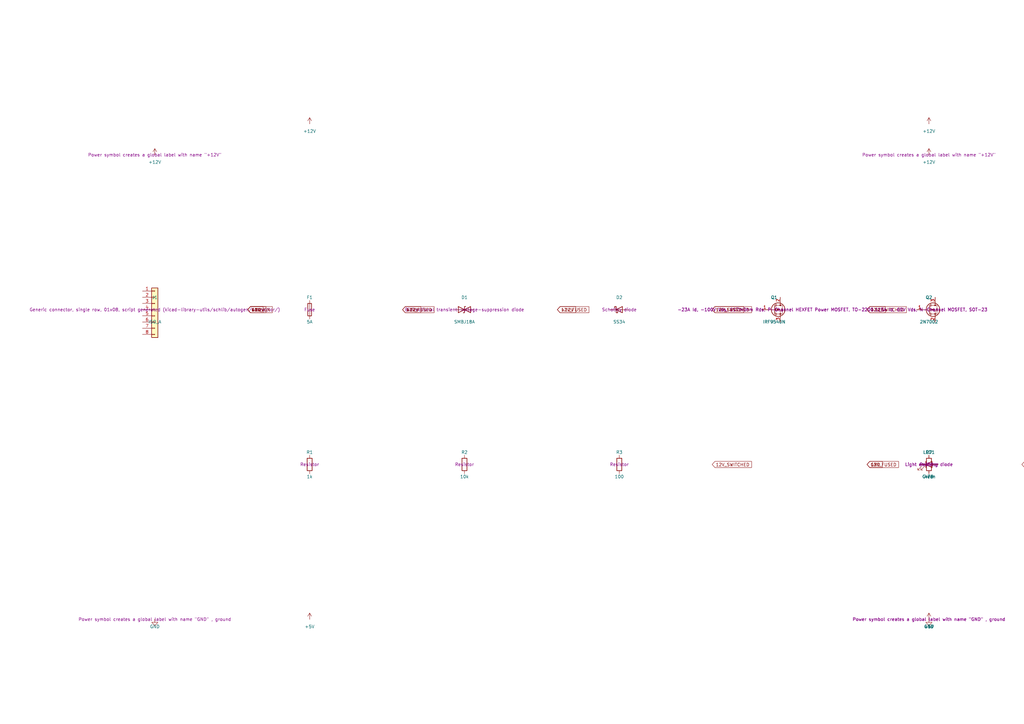
<source format=kicad_sch>
(kicad_sch (version 20250114) (generator "eeschema") (generator_version "9.0")
  (paper "A3")
  (title_block (title "WRX Power & CAN HAT") (date "2026-02-02T00:08:32.410828") (rev "1.0") (company "Auto-generated by Python"))
  (lib_symbols
    (symbol "Connector:Screw_Terminal_01x02" (pin_names (offset 1.016) (hide yes))
      (property "Reference" "J" (at 0 2.54 0))
      (property "Value" "Screw_Terminal_01x02" (at 0 -5.08 0))
      (symbol "Screw_Terminal_01x02_1_1"
        (pin passive line (at -5.08 0 0) (length 3.81) (name "Pin_1") (number "1"))
        (pin passive line (at -5.08 -2.54 0) (length 3.81) (name "Pin_2") (number "2"))
      )
    )
    (symbol "Connector_Generic:Conn_01x02" (pin_names (offset 1.016) (hide yes))
      (property "Reference" "J" (at 0 2.54 0))
      (property "Value" "Conn_01x02" (at 0 -5.08 0))
      (symbol "Conn_01x02_1_1"
        (pin passive line (at -5.08 0 0) (length 3.81) (name "Pin_1") (number "1"))
        (pin passive line (at -5.08 -2.54 0) (length 3.81) (name "Pin_2") (number "2"))
      )
    )
    (symbol "Connector_Generic:Conn_01x03" (pin_names (offset 1.016) (hide yes))
      (property "Reference" "J" (at 0 5.08 0))
      (property "Value" "Conn_01x03" (at 0 -5.08 0))
      (symbol "Conn_01x03_1_1"
        (pin passive line (at -5.08 2.54 0) (length 3.81) (name "Pin_1") (number "1"))
        (pin passive line (at -5.08 0 0) (length 3.81) (name "Pin_2") (number "2"))
        (pin passive line (at -5.08 -2.54 0) (length 3.81) (name "Pin_3") (number "3"))
      )
    )
    (symbol "Connector_Generic:Conn_01x06" (pin_names (offset 1.016) (hide yes))
      (property "Reference" "J" (at 0 7.62 0))
      (property "Value" "Conn_01x06" (at 0 -10.16 0))
      (symbol "Conn_01x06_1_1"
        (pin passive line (at -5.08 5.08 0) (length 3.81) (name "Pin_1") (number "1"))
        (pin passive line (at -5.08 2.54 0) (length 3.81) (name "Pin_2") (number "2"))
        (pin passive line (at -5.08 0 0) (length 3.81) (name "Pin_3") (number "3"))
        (pin passive line (at -5.08 -2.54 0) (length 3.81) (name "Pin_4") (number "4"))
        (pin passive line (at -5.08 -5.08 0) (length 3.81) (name "Pin_5") (number "5"))
        (pin passive line (at -5.08 -7.62 0) (length 3.81) (name "Pin_6") (number "6"))
      )
    )
    (symbol "Connector_Generic:Conn_01x08" (pin_names (offset 1.016) (hide yes))
      (property "Reference" "J" (at 0 10.16 0))
      (property "Value" "Conn_01x08" (at 0 -12.7 0))
      (symbol "Conn_01x08_1_1"
        (pin passive line (at -5.08 7.62 0) (length 3.81) (name "Pin_1") (number "1"))
        (pin passive line (at -5.08 5.08 0) (length 3.81) (name "Pin_2") (number "2"))
        (pin passive line (at -5.08 2.54 0) (length 3.81) (name "Pin_3") (number "3"))
        (pin passive line (at -5.08 0 0) (length 3.81) (name "Pin_4") (number "4"))
        (pin passive line (at -5.08 -2.54 0) (length 3.81) (name "Pin_5") (number "5"))
        (pin passive line (at -5.08 -5.08 0) (length 3.81) (name "Pin_6") (number "6"))
        (pin passive line (at -5.08 -7.62 0) (length 3.81) (name "Pin_7") (number "7"))
        (pin passive line (at -5.08 -10.16 0) (length 3.81) (name "Pin_8") (number "8"))
      )
    )
    (symbol "Connector_Generic:Conn_01x16" (pin_names (offset 1.016) (hide yes))
      (property "Reference" "J" (at 0 20.32 0))
      (property "Value" "Conn_01x16" (at 0 -22.86 0))
      (symbol "Conn_01x16_1_1"
        (pin passive line (at -5.08 17.78 0) (length 3.81) (name "Pin_1") (number "1"))
        (pin passive line (at -5.08 15.24 0) (length 3.81) (name "Pin_2") (number "2"))
        (pin passive line (at -5.08 12.7 0) (length 3.81) (name "Pin_3") (number "3"))
        (pin passive line (at -5.08 10.16 0) (length 3.81) (name "Pin_4") (number "4"))
        (pin passive line (at -5.08 7.62 0) (length 3.81) (name "Pin_5") (number "5"))
        (pin passive line (at -5.08 5.08 0) (length 3.81) (name "Pin_6") (number "6"))
        (pin passive line (at -5.08 2.54 0) (length 3.81) (name "Pin_7") (number "7"))
        (pin passive line (at -5.08 0 0) (length 3.81) (name "Pin_8") (number "8"))
        (pin passive line (at -5.08 -2.54 0) (length 3.81) (name "Pin_9") (number "9"))
        (pin passive line (at -5.08 -5.08 0) (length 3.81) (name "Pin_10") (number "10"))
        (pin passive line (at -5.08 -7.62 0) (length 3.81) (name "Pin_11") (number "11"))
        (pin passive line (at -5.08 -10.16 0) (length 3.81) (name "Pin_12") (number "12"))
        (pin passive line (at -5.08 -12.7 0) (length 3.81) (name "Pin_13") (number "13"))
        (pin passive line (at -5.08 -15.24 0) (length 3.81) (name "Pin_14") (number "14"))
        (pin passive line (at -5.08 -17.78 0) (length 3.81) (name "Pin_15") (number "15"))
        (pin passive line (at -5.08 -20.32 0) (length 3.81) (name "Pin_16") (number "16"))
      )
    )
    (symbol "Connector_Generic:Conn_02x03_Odd_Even" (pin_names (offset 1.016) (hide yes))
      (property "Reference" "J" (at 1.27 5.08 0))
      (property "Value" "Conn_02x03_Odd_Even" (at 1.27 -5.08 0))
      (symbol "Conn_02x03_Odd_Even_1_1"
        (pin passive line (at -5.08 2.54 0) (length 3.81) (name "Pin_1") (number "1"))
        (pin passive line (at -5.08 0 0) (length 3.81) (name "Pin_3") (number "3"))
        (pin passive line (at -5.08 -2.54 0) (length 3.81) (name "Pin_5") (number "5"))
        (pin passive line (at 7.62 2.54 180) (length 3.81) (name "Pin_2") (number "2"))
        (pin passive line (at 7.62 0 180) (length 3.81) (name "Pin_4") (number "4"))
        (pin passive line (at 7.62 -2.54 180) (length 3.81) (name "Pin_6") (number "6"))
      )
    )
    (symbol "Connector_Generic:Conn_02x20_Odd_Even" (pin_names (offset 1.016) (hide yes))
      (property "Reference" "J" (at 1.27 25.4 0))
      (property "Value" "Conn_02x20_Odd_Even" (at 1.27 -27.94 0))
      (symbol "Conn_02x20_Odd_Even_1_1"
        (pin passive line (at -5.08 22.86 0) (length 3.81) (name "Pin_1") (number "1"))
        (pin passive line (at -5.08 20.32 0) (length 3.81) (name "Pin_3") (number "3"))
        (pin passive line (at -5.08 17.78 0) (length 3.81) (name "Pin_5") (number "5"))
        (pin passive line (at -5.08 15.24 0) (length 3.81) (name "Pin_7") (number "7"))
        (pin passive line (at -5.08 12.7 0) (length 3.81) (name "Pin_9") (number "9"))
        (pin passive line (at -5.08 10.16 0) (length 3.81) (name "Pin_11") (number "11"))
        (pin passive line (at -5.08 7.62 0) (length 3.81) (name "Pin_13") (number "13"))
        (pin passive line (at -5.08 5.08 0) (length 3.81) (name "Pin_15") (number "15"))
        (pin passive line (at -5.08 2.54 0) (length 3.81) (name "Pin_17") (number "17"))
        (pin passive line (at -5.08 0 0) (length 3.81) (name "Pin_19") (number "19"))
        (pin passive line (at -5.08 -2.54 0) (length 3.81) (name "Pin_21") (number "21"))
        (pin passive line (at -5.08 -5.08 0) (length 3.81) (name "Pin_23") (number "23"))
        (pin passive line (at -5.08 -7.62 0) (length 3.81) (name "Pin_25") (number "25"))
        (pin passive line (at -5.08 -10.16 0) (length 3.81) (name "Pin_27") (number "27"))
        (pin passive line (at -5.08 -12.7 0) (length 3.81) (name "Pin_29") (number "29"))
        (pin passive line (at -5.08 -15.24 0) (length 3.81) (name "Pin_31") (number "31"))
        (pin passive line (at -5.08 -17.78 0) (length 3.81) (name "Pin_33") (number "33"))
        (pin passive line (at -5.08 -20.32 0) (length 3.81) (name "Pin_35") (number "35"))
        (pin passive line (at -5.08 -22.86 0) (length 3.81) (name "Pin_37") (number "37"))
        (pin passive line (at -5.08 -25.4 0) (length 3.81) (name "Pin_39") (number "39"))
        (pin passive line (at 7.62 22.86 180) (length 3.81) (name "Pin_2") (number "2"))
        (pin passive line (at 7.62 20.32 180) (length 3.81) (name "Pin_4") (number "4"))
        (pin passive line (at 7.62 17.78 180) (length 3.81) (name "Pin_6") (number "6"))
        (pin passive line (at 7.62 15.24 180) (length 3.81) (name "Pin_8") (number "8"))
        (pin passive line (at 7.62 12.7 180) (length 3.81) (name "Pin_10") (number "10"))
        (pin passive line (at 7.62 10.16 180) (length 3.81) (name "Pin_12") (number "12"))
        (pin passive line (at 7.62 7.62 180) (length 3.81) (name "Pin_14") (number "14"))
        (pin passive line (at 7.62 5.08 180) (length 3.81) (name "Pin_16") (number "16"))
        (pin passive line (at 7.62 2.54 180) (length 3.81) (name "Pin_18") (number "18"))
        (pin passive line (at 7.62 0 180) (length 3.81) (name "Pin_20") (number "20"))
        (pin passive line (at 7.62 -2.54 180) (length 3.81) (name "Pin_22") (number "22"))
        (pin passive line (at 7.62 -5.08 180) (length 3.81) (name "Pin_24") (number "24"))
        (pin passive line (at 7.62 -7.62 180) (length 3.81) (name "Pin_26") (number "26"))
        (pin passive line (at 7.62 -10.16 180) (length 3.81) (name "Pin_28") (number "28"))
        (pin passive line (at 7.62 -12.7 180) (length 3.81) (name "Pin_30") (number "30"))
        (pin passive line (at 7.62 -15.24 180) (length 3.81) (name "Pin_32") (number "32"))
        (pin passive line (at 7.62 -17.78 180) (length 3.81) (name "Pin_34") (number "34"))
        (pin passive line (at 7.62 -20.32 180) (length 3.81) (name "Pin_36") (number "36"))
        (pin passive line (at 7.62 -22.86 180) (length 3.81) (name "Pin_38") (number "38"))
        (pin passive line (at 7.62 -25.4 180) (length 3.81) (name "Pin_40") (number "40"))
      )
    )
    (symbol "Device:C" (pin_numbers (hide yes)) (pin_names (offset 0.254))
      (property "Reference" "C" (at 0.635 2.54 0))
      (property "Value" "C" (at 0.635 -2.54 0))
      (symbol "C_1_1"
        (pin passive line (at 0 3.81 270) (length 2.794) (name "~") (number "1"))
        (pin passive line (at 0 -3.81 90) (length 2.794) (name "~") (number "2"))
      )
    )
    (symbol "Device:Crystal" (pin_numbers (hide yes)) (pin_names (offset 1.016) (hide yes))
      (property "Reference" "Y" (at 0 3.81 0))
      (property "Value" "Crystal" (at 0 -3.81 0))
      (symbol "Crystal_1_1"
        (pin passive line (at -3.81 0 0) (length 1.27) (name "1") (number "1"))
        (pin passive line (at 3.81 0 180) (length 1.27) (name "2") (number "2"))
      )
    )
    (symbol "Device:D" (pin_numbers (hide yes)) (pin_names (offset 1.016) (hide yes))
      (property "Reference" "D" (at 0 2.54 0))
      (property "Value" "D" (at 0 -2.54 0))
      (symbol "D_1_1"
        (pin passive line (at -3.81 0 0) (length 2.54) (name "K") (number "1"))
        (pin passive line (at 3.81 0 180) (length 2.54) (name "A") (number "2"))
      )
    )
    (symbol "Device:D_Schottky" (pin_numbers (hide yes)) (pin_names (offset 1.016) (hide yes))
      (property "Reference" "D" (at 0 2.54 0))
      (property "Value" "D_Schottky" (at 0 -2.54 0))
      (symbol "D_Schottky_1_1"
        (pin passive line (at -3.81 0 0) (length 2.54) (name "K") (number "1"))
        (pin passive line (at 3.81 0 180) (length 2.54) (name "A") (number "2"))
      )
    )
    (symbol "Device:D_TVS" (pin_numbers (hide yes)) (pin_names (offset 1.016) (hide yes))
      (property "Reference" "D" (at 0 2.54 0))
      (property "Value" "D_TVS" (at 0 -2.54 0))
      (symbol "D_TVS_1_1"
        (pin passive line (at -3.81 0 0) (length 2.54) (name "A1") (number "1"))
        (pin passive line (at 3.81 0 180) (length 2.54) (name "A2") (number "2"))
      )
    )
    (symbol "Device:Fuse" (pin_numbers (hide yes)) (pin_names (offset 0))
      (property "Reference" "F" (at 2.032 0 90))
      (property "Value" "Fuse" (at -1.905 0 90))
      (symbol "Fuse_1_1"
        (pin passive line (at 0 3.81 270) (length 1.27) (name "~") (number "1"))
        (pin passive line (at 0 -3.81 90) (length 1.27) (name "~") (number "2"))
      )
    )
    (symbol "Device:L" (pin_numbers (hide yes)) (pin_names (offset 1.016) (hide yes))
      (property "Reference" "L" (at -1.27 0 90))
      (property "Value" "L" (at 1.905 0 90))
      (symbol "L_1_1"
        (pin passive line (at 0 3.81 270) (length 1.27) (name "1") (number "1"))
        (pin passive line (at 0 -3.81 90) (length 1.27) (name "2") (number "2"))
      )
    )
    (symbol "Device:LED" (pin_numbers (hide yes)) (pin_names (offset 1.016) (hide yes))
      (property "Reference" "D" (at 0 2.54 0))
      (property "Value" "LED" (at 0 -2.54 0))
      (symbol "LED_1_1"
        (pin passive line (at -3.81 0 0) (length 2.54) (name "K") (number "1"))
        (pin passive line (at 3.81 0 180) (length 2.54) (name "A") (number "2"))
      )
    )
    (symbol "Device:R" (pin_numbers (hide yes)) (pin_names (offset 0))
      (property "Reference" "R" (at 2.032 0 90))
      (property "Value" "R" (at 0 0 90))
      (symbol "R_1_1"
        (pin passive line (at 0 3.81 270) (length 1.27) (name "~") (number "1"))
        (pin passive line (at 0 -3.81 90) (length 1.27) (name "~") (number "2"))
      )
    )
    (symbol "Interface_CAN_LIN:SN65HVD230" (pin_names (offset 1.016))
      (property "Reference" "U" (at -2.54 10.16 0))
      (property "Value" "SN65HVD230" (at -2.54 7.62 0))
      (symbol "SN65HVD230_1_1"
        (pin input line (at -10.16 2.54 0) (length 2.54) (name "D") (number "1"))
        (pin output line (at -10.16 0 0) (length 2.54) (name "R") (number "4"))
        (pin output line (at -10.16 -2.54 0) (length 2.54) (name "Vref") (number "5"))
        (pin input line (at -10.16 -5.08 0) (length 2.54) (name "Rs") (number "8"))
        (pin power_in line (at 0 7.62 270) (length 2.54) (name "VCC") (number "3"))
        (pin power_in line (at 0 -10.16 90) (length 2.54) (name "GND") (number "2"))
        (pin bidirectional line (at 10.16 0 180) (length 2.54) (name "CANH") (number "7"))
        (pin bidirectional line (at 10.16 -2.54 180) (length 2.54) (name "CANL") (number "6"))
      )
    )
    (symbol "Isolator:LTV-817S" (pin_names (offset 1.016))
      (property "Reference" "U" (at -3.81 5.08 0))
      (property "Value" "LTV-817S" (at 0 -5.08 0))
      (symbol "LTV-817S_1_1"
        (pin passive line (at -7.62 2.54 0) (length 2.54) (name "~") (number "1"))
        (pin passive line (at -7.62 -2.54 0) (length 2.54) (name "~") (number "2"))
        (pin passive line (at 7.62 2.54 180) (length 2.54) (name "~") (number "4"))
        (pin passive line (at 7.62 -2.54 180) (length 2.54) (name "~") (number "3"))
      )
    )
    (symbol "Regulator_Linear:AMS1117-3.3"
      (property "Reference" "U" (at -3.81 3.175 0))
      (property "Value" "AMS1117-3.3" (at 0 3.175 0))
      (symbol "AMS1117-3.3_1_1"
        (pin power_in line (at -7.62 0 0) (length 2.54) (name "VI") (number "3"))
        (pin power_in line (at 0 -7.62 90) (length 2.54) (name "GND") (number "1"))
        (pin power_out line (at 7.62 0 180) (length 2.54) (name "VO") (number "2"))
      )
    )
    (symbol "Regulator_Switching:LM2596S-5"
      (property "Reference" "U" (at -10.16 6.35 0))
      (property "Value" "LM2596S-5" (at 0 6.35 0))
      (symbol "LM2596S-5_1_1"
        (pin power_in line (at -12.7 2.54 0) (length 2.54) (name "VIN") (number "1"))
        (pin input line (at -12.7 -2.54 0) (length 2.54) (name "~{ON}/OFF") (number "5"))
        (pin power_in line (at 0 -7.62 90) (length 2.54) (name "GND") (number "3"))
        (pin input line (at 12.7 2.54 180) (length 2.54) (name "FB") (number "4"))
        (pin output line (at 12.7 -2.54 180) (length 2.54) (name "OUT") (number "2"))
      )
    )
    (symbol "Transistor_FET:2N7002" (pin_names (offset 0) (hide yes))
      (property "Reference" "Q" (at 5.08 1.905 0))
      (property "Value" "2N7002" (at 5.08 0 0))
      (symbol "2N7002_1_1"
        (pin input line (at -5.08 0 0) (length 2.54) (name "G") (number "1"))
        (pin passive line (at 2.54 5.08 270) (length 2.54) (name "D") (number "3"))
        (pin passive line (at 2.54 -5.08 90) (length 2.54) (name "S") (number "2"))
      )
    )
    (symbol "Transistor_FET:IRF9540N" (pin_names (hide yes))
      (property "Reference" "Q" (at 5.08 1.905 0))
      (property "Value" "IRF9540N" (at 5.08 0 0))
      (symbol "IRF9540N_1_1"
        (pin input line (at -5.08 0 0) (length 2.54) (name "G") (number "1"))
        (pin passive line (at 2.54 5.08 270) (length 2.54) (name "D") (number "2"))
        (pin passive line (at 2.54 -5.08 90) (length 2.54) (name "S") (number "3"))
      )
    )
    (symbol "power:+12V" (power) (pin_numbers (hide yes)) (pin_names (offset 0) (hide yes))
      (property "Value" "+12V" (at 0 3.556 0))
      (symbol "+12V_1_1"
        (pin power_in line (at 0 0 90) (length 0) (name "~") (number "1"))
      )
    )
    (symbol "power:+3.3V" (power) (pin_numbers (hide yes)) (pin_names (offset 0) (hide yes))
      (property "Value" "+3.3V" (at 0 3.556 0))
      (symbol "+3.3V_1_1"
        (pin power_in line (at 0 0 90) (length 0) (name "~") (number "1"))
      )
    )
    (symbol "power:+5V" (power) (pin_numbers (hide yes)) (pin_names (offset 0) (hide yes))
      (property "Value" "+5V" (at 0 3.556 0))
      (symbol "+5V_1_1"
        (pin power_in line (at 0 0 90) (length 0) (name "~") (number "1"))
      )
    )
    (symbol "power:GND" (power) (pin_numbers (hide yes)) (pin_names (offset 0) (hide yes))
      (property "Value" "GND" (at 0 -3.81 0))
      (symbol "GND_1_1"
        (pin power_in line (at 0 0 270) (length 0) (name "~") (number "1"))
      )
    )
  )
  (symbol (lib_id "Device:C") (at 635 190.5 0) (unit 1)
    (property "Reference" "C10" (at 635 185.5 0))
    (property "Value" "10uF" (at 635 195.5 0))
    (property "Description" "Unpolarized capacitor" (at 635 190.5 0))
  )
  (symbol (lib_id "Device:R") (at 254 381 0) (unit 1)
    (property "Reference" "R4" (at 254 376 0))
    (property "Value" "1.5k" (at 254 386 0))
    (property "Description" "Resistor" (at 254 381 0))
  )
  (symbol (lib_id "Device:R") (at 317.5 381 0) (unit 1)
    (property "Reference" "R5" (at 317.5 376 0))
    (property "Value" "1k" (at 317.5 386 0))
    (property "Description" "Resistor" (at 317.5 381 0))
  )
  (symbol (lib_id "Device:Crystal") (at 190.5 571.5 0) (unit 1)
    (property "Reference" "Y1" (at 190.5 566.5 0))
    (property "Value" "8MHz" (at 190.5 576.5 0))
    (property "Description" "Two pin crystal" (at 190.5 571.5 0))
  )
  (symbol (lib_id "Device:C") (at 698.5 762 0) (unit 1)
    (property "Reference" "C14" (at 698.5 757 0))
    (property "Value" "2.2uF" (at 698.5 767 0))
    (property "Description" "Unpolarized capacitor" (at 698.5 762 0))
  )
  (symbol (lib_id "Connector_Generic:Conn_01x16") (at 444.5 508 0) (unit 1)
    (property "Reference" "J3" (at 444.5 503 0))
    (property "Value" "OBD-II" (at 444.5 513 0))
    (property "Description" "Generic connector, single row, 01x16, script generated (kicad-library-utils/schlib/autogen/connector/)" (at 444.5 508 0))
  )
  (symbol (lib_id "Connector_Generic:Conn_01x02") (at 635 571.5 0) (unit 1)
    (property "Reference" "J6" (at 635 566.5 0))
    (property "Value" "FAN" (at 635 576.5 0))
    (property "Description" "Generic connector, single row, 01x02, script generated (kicad-library-utils/schlib/autogen/connector/)" (at 635 571.5 0))
  )
  (symbol (lib_id "Device:CP") (at 190.5 381 0) (unit 1)
    (property "Reference" "C?" (at 190.5 376 0))
    (property "Value" "220uF" (at 190.5 386 0))
  )
  (symbol (lib_id "Device:R") (at 635 381 0) (unit 1)
    (property "Reference" "R16" (at 635 376 0))
    (property "Value" "470" (at 635 386 0))
    (property "Description" "Resistor" (at 635 381 0))
  )
  (symbol (lib_id "Device:R") (at 381 508 0) (unit 1)
    (property "Reference" "R8" (at 381 503 0))
    (property "Value" "120" (at 381 513 0))
    (property "Description" "Resistor" (at 381 508 0))
  )
  (symbol (lib_id "Device:D") (at 635 508 0) (unit 1)
    (property "Reference" "D4" (at 635 503 0))
    (property "Value" "1N4148" (at 635 513 0))
    (property "Description" "Diode" (at 635 508 0))
    (property "Sim.Device" "D" (effects (hide yes)))
    (property "Sim.Pins" "1=K 2=A" (effects (hide yes)))
  )
  (symbol (lib_id "Device:C") (at 635 698.5 0) (unit 1)
    (property "Reference" "C11" (at 635 693.5 0))
    (property "Value" "1uF" (at 635 703.5 0))
    (property "Description" "Unpolarized capacitor" (at 635 698.5 0))
  )
  (symbol (lib_id "Connector:Screw_Terminal_01x02") (at 444.5 571.5 0) (unit 1)
    (property "Reference" "J4" (at 444.5 566.5 0))
    (property "Value" "CAN_Term" (at 444.5 576.5 0))
    (property "Description" "Generic screw terminal, single row, 01x02, script generated (kicad-library-utils/schlib/autogen/connector/)" (at 444.5 571.5 0))
  )
  (symbol (lib_id "Device:D_Schottky") (at 254 127 0) (unit 1)
    (property "Reference" "D2" (at 254 122 0))
    (property "Value" "SS34" (at 254 132 0))
    (property "Description" "Schottky diode" (at 254 127 0))
  )
  (symbol (lib_id "Device:C") (at 571.5 190.5 0) (unit 1)
    (property "Reference" "C8" (at 571.5 185.5 0))
    (property "Value" "100nF" (at 571.5 195.5 0))
    (property "Description" "Unpolarized capacitor" (at 571.5 190.5 0))
  )
  (symbol (lib_id "Device:C") (at 381 571.5 0) (unit 1)
    (property "Reference" "C6" (at 381 566.5 0))
    (property "Value" "22pF" (at 381 576.5 0))
    (property "Description" "Unpolarized capacitor" (at 381 571.5 0))
  )
  (symbol (lib_id "Device:C") (at 635 762 0) (unit 1)
    (property "Reference" "C12" (at 635 757 0))
    (property "Value" "2.2uF" (at 635 767 0))
    (property "Description" "Unpolarized capacitor" (at 635 762 0))
  )
  (symbol (lib_id "Device:CP") (at 317.5 190.5 0) (unit 1)
    (property "Reference" "C?" (at 317.5 185.5 0))
    (property "Value" "100uF" (at 317.5 195.5 0))
  )
  (symbol (lib_id "Device:L") (at 190.5 317.5 0) (unit 1)
    (property "Reference" "L1" (at 190.5 312.5 0))
    (property "Value" "33uH" (at 190.5 322.5 0))
    (property "Description" "Inductor" (at 190.5 317.5 0))
  )
  (symbol (lib_id "Connector_Generic:Conn_01x08") (at 63.5 127 0) (unit 1)
    (property "Reference" "J1" (at 63.5 122 0))
    (property "Value" "ISO_A" (at 63.5 132 0))
    (property "Description" "Generic connector, single row, 01x08, script generated (kicad-library-utils/schlib/autogen/connector/)" (at 63.5 127 0))
  )
  (symbol (lib_id "Regulator_Linear:AMS1117-3.3") (at 127 698.5 0) (unit 1)
    (property "Reference" "U2" (at 127 693.5 0))
    (property "Value" "AMS1117-3.3" (at 127 703.5 0))
    (property "Footprint" "Package_TO_SOT_SMD:SOT-223-3_TabPin2" (effects (hide yes)))
    (property "Datasheet" "http://www.advanced-monolithic.com/pdf/ds1117.pdf" (effects (hide yes)))
    (property "Description" "1A Low Dropout regulator, positive, 3.3V fixed output, SOT-223" (at 127 698.5 0))
  )
  (symbol (lib_id "power:+12V") (at 63.5 63.5 0) (unit 1)
    (property "Reference" "#PWR01" (effects (hide yes)))
    (property "Value" "+12V" (at 63.5 66.5 0))
    (property "Description" "Power symbol creates a global label with name \"+12V\"" (at 63.5 63.5 0))
  )
  (symbol (lib_id "power:GND") (at 698.5 254 0) (unit 1)
    (property "Reference" "#PWR07" (effects (hide yes)))
    (property "Value" "GND" (at 698.5 257 0))
    (property "Description" "Power symbol creates a global label with name \"GND\" , ground" (at 698.5 254 0))
  )
  (symbol (lib_id "Connector_Generic:Conn_02x20_Odd_Even") (at 381 698.5 0) (unit 1)
    (property "Reference" "J2" (at 381 693.5 0))
    (property "Value" "Pi_GPIO" (at 381 703.5 0))
    (property "Description" "Generic connector, double row, 02x20, odd/even pin numbering scheme (row 1 odd numbers, row 2 even numbers), script generated (kicad-library-utils/schlib/autogen/connector/)" (at 381 698.5 0))
  )
  (symbol (lib_id "Device:C") (at 254 698.5 0) (unit 1)
    (property "Reference" "C4" (at 254 693.5 0))
    (property "Value" "10uF" (at 254 703.5 0))
    (property "Description" "Unpolarized capacitor" (at 254 698.5 0))
  )
  (symbol (lib_id "Device:R") (at 571.5 825.5 0) (unit 1)
    (property "Reference" "R15" (at 571.5 820.5 0))
    (property "Value" "1k" (at 571.5 830.5 0))
    (property "Description" "Resistor" (at 571.5 825.5 0))
  )
  (symbol (lib_id "MCU_Microchip_ATtiny:ATtiny85-20PU") (at 444.5 317.5 0) (unit 1)
    (property "Reference" "U?" (at 444.5 312.5 0))
    (property "Value" "ATtiny85" (at 444.5 322.5 0))
  )
  (symbol (lib_id "Device:C") (at 444.5 381 0) (unit 1)
    (property "Reference" "C7" (at 444.5 376 0))
    (property "Value" "100nF" (at 444.5 386 0))
    (property "Description" "Unpolarized capacitor" (at 444.5 381 0))
  )
  (symbol (lib_id "power:+3.3V") (at 63.5 635 0) (unit 1)
    (property "Reference" "#PWR03" (effects (hide yes)))
    (property "Value" "+3.3V" (at 63.5 638 0))
    (property "Description" "Power symbol creates a global label with name \"+3.3V\"" (at 63.5 635 0))
  )
  (symbol (lib_id "Device:R") (at 698.5 825.5 0) (unit 1)
    (property "Reference" "R18" (at 698.5 820.5 0))
    (property "Value" "1k" (at 698.5 830.5 0))
    (property "Description" "Resistor" (at 698.5 825.5 0))
  )
  (symbol (lib_id "Device:R") (at 571.5 571.5 0) (unit 1)
    (property "Reference" "R14" (at 571.5 566.5 0))
    (property "Value" "1k" (at 571.5 576.5 0))
    (property "Description" "Resistor" (at 571.5 571.5 0))
  )
  (symbol (lib_id "Connector_Generic:Conn_01x03") (at 698.5 571.5 0) (unit 1)
    (property "Reference" "JP2" (at 698.5 566.5 0))
    (property "Value" "5V/12V" (at 698.5 576.5 0))
    (property "Description" "Generic connector, single row, 01x03, script generated (kicad-library-utils/schlib/autogen/connector/)" (at 698.5 571.5 0))
  )
  (symbol (lib_id "Isolator:LTV-817S") (at 444.5 127 0) (unit 1)
    (property "Reference" "U4" (at 444.5 122 0))
    (property "Value" "LTV-817S" (at 444.5 132 0))
    (property "Footprint" "Package_DIP:SMDIP-4_W9.53mm" (effects (hide yes)))
    (property "Datasheet" "http://www.us.liteon.com/downloads/LTV-817-827-847.PDF" (effects (hide yes)))
    (property "Description" "DC Optocoupler, Vce 35V, CTR 50%, SMDIP-4" (at 444.5 127 0))
  )
  (symbol (lib_id "Device:R") (at 317.5 508 0) (unit 1)
    (property "Reference" "R6" (at 317.5 503 0))
    (property "Value" "10k" (at 317.5 513 0))
    (property "Description" "Resistor" (at 317.5 508 0))
  )
  (symbol (lib_id "Device:R") (at 508 190.5 0) (unit 1)
    (property "Reference" "R11" (at 508 185.5 0))
    (property "Value" "10k" (at 508 195.5 0))
    (property "Description" "Resistor" (at 508 190.5 0))
  )
  (symbol (lib_id "Connector_Generic:Conn_01x02") (at 508 571.5 0) (unit 1)
    (property "Reference" "JP1" (at 508 566.5 0))
    (property "Value" "Jumper" (at 508 576.5 0))
    (property "Description" "Generic connector, single row, 01x02, script generated (kicad-library-utils/schlib/autogen/connector/)" (at 508 571.5 0))
  )
  (symbol (lib_id "Device:R") (at 571.5 381 0) (unit 1)
    (property "Reference" "R13" (at 571.5 376 0))
    (property "Value" "470" (at 571.5 386 0))
    (property "Description" "Resistor" (at 571.5 381 0))
  )
  (symbol (lib_id "Device:C") (at 190.5 698.5 0) (unit 1)
    (property "Reference" "C2" (at 190.5 693.5 0))
    (property "Value" "10uF" (at 190.5 703.5 0))
    (property "Description" "Unpolarized capacitor" (at 190.5 698.5 0))
  )
  (symbol (lib_id "Device:R") (at 635 825.5 0) (unit 1)
    (property "Reference" "R17" (at 635 820.5 0))
    (property "Value" "1k" (at 635 830.5 0))
    (property "Description" "Resistor" (at 635 825.5 0))
  )
  (symbol (lib_id "Device:R") (at 444.5 127 0) (unit 1)
    (property "Reference" "R9" (at 444.5 122 0))
    (property "Value" "10k" (at 444.5 132 0))
    (property "Description" "Resistor" (at 444.5 127 0))
  )
  (symbol (lib_id "Device:D_Schottky") (at 254 317.5 0) (unit 1)
    (property "Reference" "D3" (at 254 312.5 0))
    (property "Value" "SS54" (at 254 322.5 0))
    (property "Description" "Schottky diode" (at 254 317.5 0))
  )
  (symbol (lib_id "Regulator_Switching:LM2596S-5") (at 127 317.5 0) (unit 1)
    (property "Reference" "U1" (at 127 312.5 0))
    (property "Value" "LM2596S-5.0" (at 127 322.5 0))
    (property "Footprint" "Package_TO_SOT_SMD:TO-263-5_TabPin3" (effects (hide yes)))
    (property "Datasheet" "http://www.ti.com/lit/ds/symlink/lm2596.pdf" (effects (hide yes)))
    (property "Description" "5V 3A Step-Down Voltage Regulator, TO-263" (at 127 317.5 0))
  )
  (symbol (lib_id "Device:R") (at 508 381 0) (unit 1)
    (property "Reference" "R12" (at 508 376 0))
    (property "Value" "10k" (at 508 386 0))
    (property "Description" "Resistor" (at 508 381 0))
  )
  (symbol (lib_id "Connector_Generic:Conn_01x06") (at 825.5 762 0) (unit 1)
    (property "Reference" "J7" (at 825.5 757 0))
    (property "Value" "Audio" (at 825.5 767 0))
    (property "Description" "Generic connector, single row, 01x06, script generated (kicad-library-utils/schlib/autogen/connector/)" (at 825.5 762 0))
  )
  (symbol (lib_id "Device:C") (at 571.5 762 0) (unit 1)
    (property "Reference" "C9" (at 571.5 757 0))
    (property "Value" "2.2uF" (at 571.5 767 0))
    (property "Description" "Unpolarized capacitor" (at 571.5 762 0))
  )
  (symbol (lib_id "Connector_Generic:Conn_01x16") (at 571.5 698.5 0) (unit 1)
    (property "Reference" "U5" (at 571.5 693.5 0))
    (property "Value" "PCM5142" (at 571.5 703.5 0))
    (property "Description" "Generic connector, single row, 01x16, script generated (kicad-library-utils/schlib/autogen/connector/)" (at 571.5 698.5 0))
  )
  (symbol (lib_id "Transistor_FET:2N7002") (at 381 127 0) (unit 1)
    (property "Reference" "Q2" (at 381 122 0))
    (property "Value" "2N7002" (at 381 132 0))
    (property "Footprint" "Package_TO_SOT_SMD:SOT-23" (effects (hide yes)))
    (property "Datasheet" "https://www.onsemi.com/pub/Collateral/NDS7002A-D.PDF" (effects (hide yes)))
    (property "Description" "0.115A Id, 60V Vds, N-Channel MOSFET, SOT-23" (at 381 127 0))
  )
  (symbol (lib_id "power:GND") (at 63.5 254 0) (unit 1)
    (property "Reference" "#PWR02" (effects (hide yes)))
    (property "Value" "GND" (at 63.5 257 0))
    (property "Description" "Power symbol creates a global label with name \"GND\" , ground" (at 63.5 254 0))
  )
  (symbol (lib_id "Device:LED") (at 571.5 317.5 0) (unit 1)
    (property "Reference" "LED3" (at 571.5 312.5 0))
    (property "Value" "Yellow" (at 571.5 322.5 0))
    (property "Description" "Light emitting diode" (at 571.5 317.5 0))
    (property "Sim.Pins" "1=K 2=A" (effects (hide yes)))
  )
  (symbol (lib_id "Device:C") (at 254 571.5 0) (unit 1)
    (property "Reference" "C3" (at 254 566.5 0))
    (property "Value" "100nF" (at 254 576.5 0))
    (property "Description" "Unpolarized capacitor" (at 254 571.5 0))
  )
  (symbol (lib_id "Device:R") (at 444.5 190.5 0) (unit 1)
    (property "Reference" "R10" (at 444.5 185.5 0))
    (property "Value" "1k" (at 444.5 195.5 0))
    (property "Description" "Resistor" (at 444.5 190.5 0))
  )
  (symbol (lib_id "Device:R") (at 190.5 190.5 0) (unit 1)
    (property "Reference" "R2" (at 190.5 185.5 0))
    (property "Value" "10k" (at 190.5 195.5 0))
    (property "Description" "Resistor" (at 190.5 190.5 0))
  )
  (symbol (lib_id "Device:LED") (at 508 317.5 0) (unit 1)
    (property "Reference" "LED2" (at 508 312.5 0))
    (property "Value" "Red" (at 508 322.5 0))
    (property "Description" "Light emitting diode" (at 508 317.5 0))
    (property "Sim.Pins" "1=K 2=A" (effects (hide yes)))
  )
  (symbol (lib_id "Transistor_FET:2N7002") (at 571.5 508 0) (unit 1)
    (property "Reference" "Q3" (at 571.5 503 0))
    (property "Value" "2N7002" (at 571.5 513 0))
    (property "Footprint" "Package_TO_SOT_SMD:SOT-23" (effects (hide yes)))
    (property "Datasheet" "https://www.onsemi.com/pub/Collateral/NDS7002A-D.PDF" (effects (hide yes)))
    (property "Description" "0.115A Id, 60V Vds, N-Channel MOSFET, SOT-23" (at 571.5 508 0))
  )
  (symbol (lib_id "Device:LED") (at 381 190.5 0) (unit 1)
    (property "Reference" "LED1" (at 381 185.5 0))
    (property "Value" "Green" (at 381 195.5 0))
    (property "Description" "Light emitting diode" (at 381 190.5 0))
    (property "Sim.Pins" "1=K 2=A" (effects (hide yes)))
  )
  (symbol (lib_id "Interface_CAN_LIN:SN65HVD230") (at 254 508 0) (unit 1)
    (property "Reference" "U3" (at 254 503 0))
    (property "Value" "SN65HVD230" (at 254 513 0))
    (property "Footprint" "Package_SO:SOIC-8_3.9x4.9mm_P1.27mm" (effects (hide yes)))
    (property "Datasheet" "http://www.ti.com/lit/ds/symlink/sn65hvd230.pdf" (effects (hide yes)))
    (property "Description" "CAN Bus Transceivers, 3.3V, 1Mbps, Low-Power capabilities, SOIC-8" (at 254 508 0))
  )
  (symbol (lib_id "Device:R") (at 254 190.5 0) (unit 1)
    (property "Reference" "R3" (at 254 185.5 0))
    (property "Value" "100" (at 254 195.5 0))
    (property "Description" "Resistor" (at 254 190.5 0))
  )
  (symbol (lib_id "Device:C") (at 698.5 698.5 0) (unit 1)
    (property "Reference" "C13" (at 698.5 693.5 0))
    (property "Value" "1uF" (at 698.5 703.5 0))
    (property "Description" "Unpolarized capacitor" (at 698.5 698.5 0))
  )
  (symbol (lib_id "power:+5V") (at 381 444.5 0) (unit 1)
    (property "Reference" "#PWR06" (effects (hide yes)))
    (property "Value" "+5V" (at 381 447.5 0))
    (property "Description" "Power symbol creates a global label with name \"+5V\"" (at 381 444.5 0))
  )
  (symbol (lib_id "Device:C") (at 762 762 0) (unit 1)
    (property "Reference" "C15" (at 762 757 0))
    (property "Value" "2.2uF" (at 762 767 0))
    (property "Description" "Unpolarized capacitor" (at 762 762 0))
  )
  (symbol (lib_id "Device:R") (at 381 190.5 0) (unit 1)
    (property "Reference" "R7" (at 381 185.5 0))
    (property "Value" "470" (at 381 195.5 0))
    (property "Description" "Resistor" (at 381 190.5 0))
  )
  (symbol (lib_id "Connector_Generic:Conn_02x03_Odd_Even") (at 635 317.5 0) (unit 1)
    (property "Reference" "J5" (at 635 312.5 0))
    (property "Value" "ISP" (at 635 322.5 0))
    (property "Description" "Generic connector, double row, 02x03, odd/even pin numbering scheme (row 1 odd numbers, row 2 even numbers), script generated (kicad-library-utils/schlib/autogen/connector/)" (at 635 317.5 0))
  )
  (symbol (lib_id "Interface_CAN_LIN:MCP2515-I_SO") (at 127 508 0) (unit 1)
    (property "Reference" "U?" (at 127 503 0))
    (property "Value" "MCP2515" (at 127 513 0))
  )
  (symbol (lib_id "Device:C") (at 127 571.5 0) (unit 1)
    (property "Reference" "C1" (at 127 566.5 0))
    (property "Value" "100nF" (at 127 576.5 0))
    (property "Description" "Unpolarized capacitor" (at 127 571.5 0))
  )
  (symbol (lib_id "Device:R") (at 762 825.5 0) (unit 1)
    (property "Reference" "R19" (at 762 820.5 0))
    (property "Value" "1k" (at 762 830.5 0))
    (property "Description" "Resistor" (at 762 825.5 0))
  )
  (symbol (lib_id "Device:R") (at 127 190.5 0) (unit 1)
    (property "Reference" "R1" (at 127 185.5 0))
    (property "Value" "1k" (at 127 195.5 0))
    (property "Description" "Resistor" (at 127 190.5 0))
  )
  (symbol (lib_id "Device:D_TVS") (at 190.5 127 0) (unit 1)
    (property "Reference" "D1" (at 190.5 122 0))
    (property "Value" "SMBJ18A" (at 190.5 132 0))
    (property "Description" "Bidirectional transient-voltage-suppression diode" (at 190.5 127 0))
  )
  (symbol (lib_id "Device:Fuse") (at 127 127 0) (unit 1)
    (property "Reference" "F1" (at 127 122 0))
    (property "Value" "5A" (at 127 132 0))
    (property "Description" "Fuse" (at 127 127 0))
  )
  (symbol (lib_id "Device:C") (at 317.5 571.5 0) (unit 1)
    (property "Reference" "C5" (at 317.5 566.5 0))
    (property "Value" "22pF" (at 317.5 576.5 0))
    (property "Description" "Unpolarized capacitor" (at 317.5 571.5 0))
  )
  (symbol (lib_id "Transistor_FET:IRF9540N") (at 317.5 127 0) (unit 1)
    (property "Reference" "Q1" (at 317.5 122 0))
    (property "Value" "IRF9540N" (at 317.5 132 0))
    (property "Footprint" "Package_TO_SOT_THT:TO-220-3_Vertical" (effects (hide yes)))
    (property "Datasheet" "http://www.irf.com/product-info/datasheets/data/irf9540n.pdf" (effects (hide yes)))
    (property "Description" "-23A Id, -100V Vds, 117mOhm Rds, P-Channel HEXFET Power MOSFET, TO-220" (at 317.5 127 0))
  )
  (symbol (lib_id "power:+12V") (at 381 63.5 0) (unit 1)
    (property "Reference" "#PWR04" (effects (hide yes)))
    (property "Value" "+12V" (at 381 66.5 0))
    (property "Description" "Power symbol creates a global label with name \"+12V\"" (at 381 63.5 0))
  )
  (symbol (lib_id "power:GND") (at 381 254 0) (unit 1)
    (property "Reference" "#PWR05" (effects (hide yes)))
    (property "Value" "GND" (at 381 257 0))
    (property "Description" "Power symbol creates a global label with name \"GND\" , ground" (at 381 254 0))
  )
  (symbol (lib_id "Device:CP") (at 127 381 0) (unit 1)
    (property "Reference" "C?" (at 127 376 0))
    (property "Value" "100uF" (at 127 386 0))
  )
  (global_label "GND" (shape input) (at 101.6 127.0 0) (property "Intersheetrefs" "${INTERSHEET_REFS}" (effects hide)))
  (global_label "GND" (shape input) (at 355.6 190.5 0) (property "Intersheetrefs" "${INTERSHEET_REFS}" (effects hide)))
  (global_label "GND" (shape input) (at 165.1 381.0 0) (property "Intersheetrefs" "${INTERSHEET_REFS}" (effects hide)))
  (global_label "GND" (shape input) (at 228.6 381.0 0) (property "Intersheetrefs" "${INTERSHEET_REFS}" (effects hide)))
  (global_label "GND" (shape input) (at 482.6 381.0 0) (property "Intersheetrefs" "${INTERSHEET_REFS}" (effects hide)))
  (global_label "GND" (shape input) (at 165.1 571.5 0) (property "Intersheetrefs" "${INTERSHEET_REFS}" (effects hide)))
  (global_label "GND" (shape input) (at 292.1 571.5 0) (property "Intersheetrefs" "${INTERSHEET_REFS}" (effects hide)))
  (global_label "GND" (shape input) (at 355.6 571.5 0) (property "Intersheetrefs" "${INTERSHEET_REFS}" (effects hide)))
  (global_label "GND" (shape input) (at 419.1 571.5 0) (property "Intersheetrefs" "${INTERSHEET_REFS}" (effects hide)))
  (global_label "GND" (shape input) (at 228.6 698.5 0) (property "Intersheetrefs" "${INTERSHEET_REFS}" (effects hide)))
  (global_label "GND" (shape input) (at 292.1 698.5 0) (property "Intersheetrefs" "${INTERSHEET_REFS}" (effects hide)))
  (global_label "GND" (shape input) (at 165.1 317.5 0) (property "Intersheetrefs" "${INTERSHEET_REFS}" (effects hide)))
  (global_label "GND" (shape input) (at 482.6 127.0 0) (property "Intersheetrefs" "${INTERSHEET_REFS}" (effects hide)))
  (global_label "GND" (shape input) (at 482.6 317.5 0) (property "Intersheetrefs" "${INTERSHEET_REFS}" (effects hide)))
  (global_label "GND" (shape input) (at 165.1 508.0 0) (property "Intersheetrefs" "${INTERSHEET_REFS}" (effects hide)))
  (global_label "GND" (shape input) (at 292.1 508.0 0) (property "Intersheetrefs" "${INTERSHEET_REFS}" (effects hide)))
  (global_label "GND" (shape input) (at 419.1 698.5 0) (property "Intersheetrefs" "${INTERSHEET_REFS}" (effects hide)))
  (global_label "GND" (shape input) (at 673.1 317.5 0) (property "Intersheetrefs" "${INTERSHEET_REFS}" (effects hide)))
  (global_label "+12V" (shape input) (at 101.6 127.0 0) (property "Intersheetrefs" "${INTERSHEET_REFS}" (effects hide)))
  (global_label "+12V" (shape input) (at 165.1 127.0 0) (property "Intersheetrefs" "${INTERSHEET_REFS}" (effects hide)))
  (global_label "+12V" (shape input) (at 228.6 127.0 0) (property "Intersheetrefs" "${INTERSHEET_REFS}" (effects hide)))
  (global_label "+12V" (shape input) (at 355.6 127.0 0) (property "Intersheetrefs" "${INTERSHEET_REFS}" (effects hide)))
  (global_label "+5V" (shape input) (at 165.1 317.5 0) (property "Intersheetrefs" "${INTERSHEET_REFS}" (effects hide)))
  (global_label "+5V" (shape input) (at 228.6 381.0 0) (property "Intersheetrefs" "${INTERSHEET_REFS}" (effects hide)))
  (global_label "+5V" (shape input) (at 165.1 571.5 0) (property "Intersheetrefs" "${INTERSHEET_REFS}" (effects hide)))
  (global_label "+5V" (shape input) (at 482.6 317.5 0) (property "Intersheetrefs" "${INTERSHEET_REFS}" (effects hide)))
  (global_label "+5V" (shape input) (at 165.1 508.0 0) (property "Intersheetrefs" "${INTERSHEET_REFS}" (effects hide)))
  (global_label "+5V" (shape input) (at 419.1 698.5 0) (property "Intersheetrefs" "${INTERSHEET_REFS}" (effects hide)))
  (global_label "+3.3V" (shape input) (at 292.1 508.0 0) (property "Intersheetrefs" "${INTERSHEET_REFS}" (effects hide)))
  (global_label "+3.3V" (shape input) (at 419.1 698.5 0) (property "Intersheetrefs" "${INTERSHEET_REFS}" (effects hide)))
  (global_label "+3.3V" (shape input) (at 482.6 381.0 0) (property "Intersheetrefs" "${INTERSHEET_REFS}" (effects hide)))
  (global_label "12V_FUSED" (shape input) (at 165.1 127.0 0) (property "Intersheetrefs" "${INTERSHEET_REFS}" (effects hide)))
  (global_label "12V_FUSED" (shape input) (at 228.6 127.0 0) (property "Intersheetrefs" "${INTERSHEET_REFS}" (effects hide)))
  (global_label "12V_FUSED" (shape input) (at 292.1 127.0 0) (property "Intersheetrefs" "${INTERSHEET_REFS}" (effects hide)))
  (global_label "12V_FUSED" (shape input) (at 355.6 190.5 0) (property "Intersheetrefs" "${INTERSHEET_REFS}" (effects hide)))
  (global_label "12V_SWITCHED" (shape input) (at 292.1 127.0 0) (property "Intersheetrefs" "${INTERSHEET_REFS}" (effects hide)))
  (global_label "12V_SWITCHED" (shape input) (at 355.6 127.0 0) (property "Intersheetrefs" "${INTERSHEET_REFS}" (effects hide)))
  (global_label "12V_SWITCHED" (shape input) (at 165.1 317.5 0) (property "Intersheetrefs" "${INTERSHEET_REFS}" (effects hide)))
  (global_label "12V_SWITCHED" (shape input) (at 419.1 190.5 0) (property "Intersheetrefs" "${INTERSHEET_REFS}" (effects hide)))
  (global_label "12V_SWITCHED" (shape input) (at 292.1 190.5 0) (property "Intersheetrefs" "${INTERSHEET_REFS}" (effects hide)))
  (global_label "12V_IGN" (shape input) (at 101.6 127.0 0) (property "Intersheetrefs" "${INTERSHEET_REFS}" (effects hide)))
  (global_label "12V_IGN" (shape input) (at 482.6 190.5 0) (property "Intersheetrefs" "${INTERSHEET_REFS}" (effects hide)))
  (global_label "12V_IGN" (shape input) (at 482.6 127.0 0) (property "Intersheetrefs" "${INTERSHEET_REFS}" (effects hide)))
  (global_label "IGN_DETECT" (shape input) (at 482.6 127.0 0) (property "Intersheetrefs" "${INTERSHEET_REFS}" (effects hide)))
  (global_label "IGN_DETECT" (shape input) (at 546.1 190.5 0) (property "Intersheetrefs" "${INTERSHEET_REFS}" (effects hide)))
  (global_label "IGN_DETECT" (shape input) (at 609.6 190.5 0) (property "Intersheetrefs" "${INTERSHEET_REFS}" (effects hide)))
  (global_label "IGN_DETECT" (shape input) (at 673.1 190.5 0) (property "Intersheetrefs" "${INTERSHEET_REFS}" (effects hide)))
  (global_label "IGN_DETECT" (shape input) (at 482.6 317.5 0) (property "Intersheetrefs" "${INTERSHEET_REFS}" (effects hide)))
  (global_label "IGN_DETECT" (shape input) (at 419.1 698.5 0) (property "Intersheetrefs" "${INTERSHEET_REFS}" (effects hide)))
  (global_label "SPI_MOSI" (shape input) (at 419.1 698.5 0) (property "Intersheetrefs" "${INTERSHEET_REFS}" (effects hide)))
  (global_label "SPI_MOSI" (shape input) (at 165.1 508.0 0) (property "Intersheetrefs" "${INTERSHEET_REFS}" (effects hide)))
  (global_label "SPI_MISO" (shape input) (at 419.1 698.5 0) (property "Intersheetrefs" "${INTERSHEET_REFS}" (effects hide)))
  (global_label "SPI_MISO" (shape input) (at 165.1 508.0 0) (property "Intersheetrefs" "${INTERSHEET_REFS}" (effects hide)))
  (global_label "SPI_SCLK" (shape input) (at 419.1 698.5 0) (property "Intersheetrefs" "${INTERSHEET_REFS}" (effects hide)))
  (global_label "SPI_SCLK" (shape input) (at 165.1 508.0 0) (property "Intersheetrefs" "${INTERSHEET_REFS}" (effects hide)))
  (global_label "SPI_CE0" (shape input) (at 419.1 698.5 0) (property "Intersheetrefs" "${INTERSHEET_REFS}" (effects hide)))
  (global_label "SPI_CE0" (shape input) (at 165.1 508.0 0) (property "Intersheetrefs" "${INTERSHEET_REFS}" (effects hide)))
  (global_label "CAN_INT" (shape input) (at 165.1 508.0 0) (property "Intersheetrefs" "${INTERSHEET_REFS}" (effects hide)))
  (global_label "CAN_INT" (shape input) (at 419.1 698.5 0) (property "Intersheetrefs" "${INTERSHEET_REFS}" (effects hide)))
  (global_label "CAN_INT" (shape input) (at 355.6 508.0 0) (property "Intersheetrefs" "${INTERSHEET_REFS}" (effects hide)))
  (global_label "CAN_TX" (shape input) (at 165.1 508.0 0) (property "Intersheetrefs" "${INTERSHEET_REFS}" (effects hide)))
  (global_label "CAN_TX" (shape input) (at 292.1 508.0 0) (property "Intersheetrefs" "${INTERSHEET_REFS}" (effects hide)))
  (global_label "CAN_RX" (shape input) (at 165.1 508.0 0) (property "Intersheetrefs" "${INTERSHEET_REFS}" (effects hide)))
  (global_label "CAN_RX" (shape input) (at 292.1 508.0 0) (property "Intersheetrefs" "${INTERSHEET_REFS}" (effects hide)))
  (global_label "CANH" (shape input) (at 292.1 508.0 0) (property "Intersheetrefs" "${INTERSHEET_REFS}" (effects hide)))
  (global_label "CANH" (shape input) (at 482.6 508.0 0) (property "Intersheetrefs" "${INTERSHEET_REFS}" (effects hide)))
  (global_label "CANH" (shape input) (at 482.6 571.5 0) (property "Intersheetrefs" "${INTERSHEET_REFS}" (effects hide)))
  (global_label "CANH" (shape input) (at 419.1 508.0 0) (property "Intersheetrefs" "${INTERSHEET_REFS}" (effects hide)))
  (global_label "CANH" (shape input) (at 546.1 571.5 0) (property "Intersheetrefs" "${INTERSHEET_REFS}" (effects hide)))
  (global_label "CANL" (shape input) (at 292.1 508.0 0) (property "Intersheetrefs" "${INTERSHEET_REFS}" (effects hide)))
  (global_label "CANL" (shape input) (at 482.6 508.0 0) (property "Intersheetrefs" "${INTERSHEET_REFS}" (effects hide)))
  (global_label "CANL" (shape input) (at 482.6 571.5 0) (property "Intersheetrefs" "${INTERSHEET_REFS}" (effects hide)))
  (global_label "CANL" (shape input) (at 419.1 508.0 0) (property "Intersheetrefs" "${INTERSHEET_REFS}" (effects hide)))
  (global_label "CANL" (shape input) (at 546.1 571.5 0) (property "Intersheetrefs" "${INTERSHEET_REFS}" (effects hide)))
  (symbol (lib_id "power:GND") (at 127.0 457.2 0) (unit 1)
    (property "Reference" "#PWR?" (effects hide))
    (property "Value" "GND" (at 127.0 460.2 0))
  )
  (symbol (lib_id "power:GND") (at 381.0 457.2 0) (unit 1)
    (property "Reference" "#PWR?" (effects hide))
    (property "Value" "GND" (at 381.0 460.2 0))
  )
  (symbol (lib_id "power:GND") (at 635.0 457.2 0) (unit 1)
    (property "Reference" "#PWR?" (effects hide))
    (property "Value" "GND" (at 635.0 460.2 0))
  )
  (symbol (lib_id "power:+12V") (at 127.0 50.8 0) (unit 1)
    (property "Reference" "#PWR?" (effects hide))
    (property "Value" "+12V" (at 127.0 53.8 0))
  )
  (symbol (lib_id "power:+12V") (at 381.0 50.8 0) (unit 1)
    (property "Reference" "#PWR?" (effects hide))
    (property "Value" "+12V" (at 381.0 53.8 0))
  )
  (symbol (lib_id "power:+5V") (at 127.0 254.0 0) (unit 1)
    (property "Reference" "#PWR?" (effects hide))
    (property "Value" "+5V" (at 127.0 257.0 0))
  )
  (symbol (lib_id "power:+5V") (at 381.0 254.0 0) (unit 1)
    (property "Reference" "#PWR?" (effects hide))
    (property "Value" "+5V" (at 381.0 257.0 0))
  )
  (symbol (lib_id "power:+3.3V") (at 381.0 609.6 0) (unit 1)
    (property "Reference" "#PWR?" (effects hide))
    (property "Value" "+3.3V" (at 381.0 612.6 0))
  )
)
</source>
